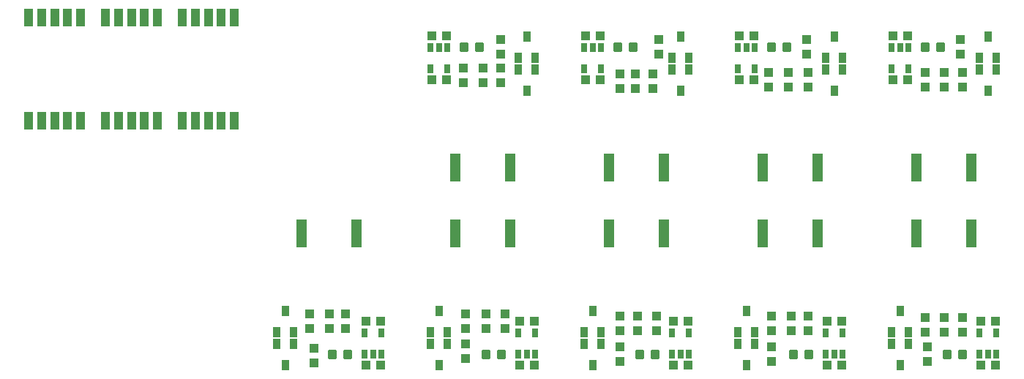
<source format=gbr>
G04 EAGLE Gerber RS-274X export*
G75*
%MOMM*%
%FSLAX34Y34*%
%LPD*%
%INSolderpaste Top*%
%IPPOS*%
%AMOC8*
5,1,8,0,0,1.08239X$1,22.5*%
G01*
%ADD10R,1.100000X1.000000*%
%ADD11C,0.300000*%
%ADD12R,1.000000X1.100000*%
%ADD13R,1.270000X3.175000*%
%ADD14R,0.700000X1.000000*%
%ADD15R,0.900000X1.200000*%
%ADD16R,1.000000X2.000000*%


D10*
X1166740Y29210D03*
X1149740Y29210D03*
X1048140Y410210D03*
X1065140Y410210D03*
X870340Y410210D03*
X887340Y410210D03*
X692540Y410210D03*
X709540Y410210D03*
X514740Y410210D03*
X531740Y410210D03*
X633340Y29210D03*
X616340Y29210D03*
X455540Y29210D03*
X438540Y29210D03*
X811140Y29210D03*
X794140Y29210D03*
X988940Y29210D03*
X971940Y29210D03*
D11*
X414210Y38410D02*
X414210Y45410D01*
X421210Y45410D01*
X421210Y38410D01*
X414210Y38410D01*
X414210Y41260D02*
X421210Y41260D01*
X421210Y44110D02*
X414210Y44110D01*
X396670Y45410D02*
X396670Y38410D01*
X396670Y45410D02*
X403670Y45410D01*
X403670Y38410D01*
X396670Y38410D01*
X396670Y41260D02*
X403670Y41260D01*
X403670Y44110D02*
X396670Y44110D01*
X592010Y45410D02*
X592010Y38410D01*
X592010Y45410D02*
X599010Y45410D01*
X599010Y38410D01*
X592010Y38410D01*
X592010Y41260D02*
X599010Y41260D01*
X599010Y44110D02*
X592010Y44110D01*
X574470Y45410D02*
X574470Y38410D01*
X574470Y45410D02*
X581470Y45410D01*
X581470Y38410D01*
X574470Y38410D01*
X574470Y41260D02*
X581470Y41260D01*
X581470Y44110D02*
X574470Y44110D01*
X769810Y45410D02*
X769810Y38410D01*
X769810Y45410D02*
X776810Y45410D01*
X776810Y38410D01*
X769810Y38410D01*
X769810Y41260D02*
X776810Y41260D01*
X776810Y44110D02*
X769810Y44110D01*
X752270Y45410D02*
X752270Y38410D01*
X752270Y45410D02*
X759270Y45410D01*
X759270Y38410D01*
X752270Y38410D01*
X752270Y41260D02*
X759270Y41260D01*
X759270Y44110D02*
X752270Y44110D01*
X947610Y45410D02*
X947610Y38410D01*
X947610Y45410D02*
X954610Y45410D01*
X954610Y38410D01*
X947610Y38410D01*
X947610Y41260D02*
X954610Y41260D01*
X954610Y44110D02*
X947610Y44110D01*
X930070Y45410D02*
X930070Y38410D01*
X930070Y45410D02*
X937070Y45410D01*
X937070Y38410D01*
X930070Y38410D01*
X930070Y41260D02*
X937070Y41260D01*
X937070Y44110D02*
X930070Y44110D01*
X1125410Y45410D02*
X1125410Y38410D01*
X1125410Y45410D02*
X1132410Y45410D01*
X1132410Y38410D01*
X1125410Y38410D01*
X1125410Y41260D02*
X1132410Y41260D01*
X1132410Y44110D02*
X1125410Y44110D01*
X1107870Y45410D02*
X1107870Y38410D01*
X1107870Y45410D02*
X1114870Y45410D01*
X1114870Y38410D01*
X1107870Y38410D01*
X1107870Y41260D02*
X1114870Y41260D01*
X1114870Y44110D02*
X1107870Y44110D01*
X1089470Y394010D02*
X1089470Y401010D01*
X1089470Y394010D02*
X1082470Y394010D01*
X1082470Y401010D01*
X1089470Y401010D01*
X1089470Y396860D02*
X1082470Y396860D01*
X1082470Y399710D02*
X1089470Y399710D01*
X1107010Y401010D02*
X1107010Y394010D01*
X1100010Y394010D01*
X1100010Y401010D01*
X1107010Y401010D01*
X1107010Y396860D02*
X1100010Y396860D01*
X1100010Y399710D02*
X1107010Y399710D01*
X911670Y401010D02*
X911670Y394010D01*
X904670Y394010D01*
X904670Y401010D01*
X911670Y401010D01*
X911670Y396860D02*
X904670Y396860D01*
X904670Y399710D02*
X911670Y399710D01*
X929210Y401010D02*
X929210Y394010D01*
X922210Y394010D01*
X922210Y401010D01*
X929210Y401010D01*
X929210Y396860D02*
X922210Y396860D01*
X922210Y399710D02*
X929210Y399710D01*
X733870Y401010D02*
X733870Y394010D01*
X726870Y394010D01*
X726870Y401010D01*
X733870Y401010D01*
X733870Y396860D02*
X726870Y396860D01*
X726870Y399710D02*
X733870Y399710D01*
X751410Y401010D02*
X751410Y394010D01*
X744410Y394010D01*
X744410Y401010D01*
X751410Y401010D01*
X751410Y396860D02*
X744410Y396860D01*
X744410Y399710D02*
X751410Y399710D01*
X556070Y401010D02*
X556070Y394010D01*
X549070Y394010D01*
X549070Y401010D01*
X556070Y401010D01*
X556070Y396860D02*
X549070Y396860D01*
X549070Y399710D02*
X556070Y399710D01*
X573610Y401010D02*
X573610Y394010D01*
X566610Y394010D01*
X566610Y401010D01*
X573610Y401010D01*
X573610Y396860D02*
X566610Y396860D01*
X566610Y399710D02*
X573610Y399710D01*
D12*
X378460Y49140D03*
X378460Y32140D03*
D13*
X364490Y181610D03*
X427990Y181610D03*
X542290Y181610D03*
X605790Y181610D03*
D12*
X553720Y54220D03*
X553720Y37220D03*
X774700Y68970D03*
X774700Y85970D03*
D10*
X811140Y80010D03*
X794140Y80010D03*
D12*
X753110Y85970D03*
X753110Y68970D03*
X732790Y68970D03*
X732790Y85970D03*
D13*
X720090Y181610D03*
X783590Y181610D03*
D12*
X732790Y50410D03*
X732790Y33410D03*
X949960Y68970D03*
X949960Y85970D03*
X599440Y71510D03*
X599440Y88510D03*
D10*
X988940Y80010D03*
X971940Y80010D03*
D12*
X930910Y85970D03*
X930910Y68970D03*
X908050Y68970D03*
X908050Y85970D03*
D13*
X897890Y181610D03*
X961390Y181610D03*
D12*
X908050Y50410D03*
X908050Y33410D03*
X1129030Y67700D03*
X1129030Y84700D03*
D10*
X1166740Y80010D03*
X1149740Y80010D03*
D12*
X1107440Y84700D03*
X1107440Y67700D03*
X1085850Y67700D03*
X1085850Y84700D03*
D13*
X1075690Y181610D03*
X1139190Y181610D03*
D10*
X633340Y80010D03*
X616340Y80010D03*
D12*
X1088390Y50410D03*
X1088390Y33410D03*
X1085850Y367910D03*
X1085850Y350910D03*
D10*
X1048140Y359410D03*
X1065140Y359410D03*
D12*
X1107440Y350910D03*
X1107440Y367910D03*
X1129030Y367910D03*
X1129030Y350910D03*
D13*
X1139190Y257810D03*
X1075690Y257810D03*
D12*
X1126490Y389010D03*
X1126490Y406010D03*
X904240Y367910D03*
X904240Y350910D03*
D10*
X870340Y359410D03*
X887340Y359410D03*
D12*
X927100Y350910D03*
X927100Y367910D03*
X577850Y88510D03*
X577850Y71510D03*
X949960Y367910D03*
X949960Y350910D03*
D13*
X961390Y257810D03*
X897890Y257810D03*
D12*
X948690Y389010D03*
X948690Y406010D03*
X732790Y366640D03*
X732790Y349640D03*
D10*
X692540Y359410D03*
X709540Y359410D03*
D12*
X750570Y349640D03*
X750570Y366640D03*
X770890Y366640D03*
X770890Y349640D03*
D13*
X783590Y257810D03*
X720090Y257810D03*
D12*
X777240Y389010D03*
X777240Y406010D03*
X551180Y372990D03*
X551180Y355990D03*
X553720Y71510D03*
X553720Y88510D03*
D10*
X514740Y359410D03*
X531740Y359410D03*
D12*
X574040Y355990D03*
X574040Y372990D03*
X594360Y372990D03*
X594360Y355990D03*
D13*
X605790Y257810D03*
X542290Y257810D03*
D12*
X594360Y389010D03*
X594360Y406010D03*
X415290Y71510D03*
X415290Y88510D03*
D10*
X455540Y80010D03*
X438540Y80010D03*
D12*
X396240Y88510D03*
X396240Y71510D03*
X373380Y71510D03*
X373380Y88510D03*
D14*
X615340Y42610D03*
X624840Y42610D03*
X634340Y42610D03*
X634340Y66610D03*
X615340Y66610D03*
X970940Y42610D03*
X980440Y42610D03*
X989940Y42610D03*
X989940Y66610D03*
X970940Y66610D03*
D15*
X878840Y29910D03*
X869340Y53910D03*
X888340Y53910D03*
X878840Y92010D03*
X888340Y68010D03*
X869340Y68010D03*
D14*
X1148740Y42610D03*
X1158240Y42610D03*
X1167740Y42610D03*
X1167740Y66610D03*
X1148740Y66610D03*
D15*
X1056640Y29910D03*
X1047140Y53910D03*
X1066140Y53910D03*
X1056640Y92010D03*
X1066140Y68010D03*
X1047140Y68010D03*
D14*
X1066140Y396810D03*
X1056640Y396810D03*
X1047140Y396810D03*
X1047140Y372810D03*
X1066140Y372810D03*
D15*
X1158240Y409510D03*
X1167740Y385510D03*
X1148740Y385510D03*
X1158240Y347410D03*
X1148740Y371410D03*
X1167740Y371410D03*
D14*
X888340Y396810D03*
X878840Y396810D03*
X869340Y396810D03*
X869340Y372810D03*
X888340Y372810D03*
D15*
X523240Y29910D03*
X513740Y53910D03*
X532740Y53910D03*
X980440Y409510D03*
X989940Y385510D03*
X970940Y385510D03*
X980440Y347410D03*
X970940Y371410D03*
X989940Y371410D03*
D14*
X710540Y396810D03*
X701040Y396810D03*
X691540Y396810D03*
X691540Y372810D03*
X710540Y372810D03*
D15*
X802640Y409510D03*
X812140Y385510D03*
X793140Y385510D03*
X802640Y347410D03*
X793140Y371410D03*
X812140Y371410D03*
D14*
X532740Y396810D03*
X523240Y396810D03*
X513740Y396810D03*
X513740Y372810D03*
X532740Y372810D03*
D15*
X624840Y409510D03*
X634340Y385510D03*
X615340Y385510D03*
X624840Y347410D03*
X615340Y371410D03*
X634340Y371410D03*
X523240Y92010D03*
X532740Y68010D03*
X513740Y68010D03*
D16*
X78740Y312110D03*
X93740Y312110D03*
X108740Y312110D03*
X48740Y312110D03*
X63740Y312110D03*
X63740Y432110D03*
X78740Y432110D03*
X93740Y432110D03*
X108740Y432110D03*
X48740Y432110D03*
X256540Y312110D03*
X271540Y312110D03*
X286540Y312110D03*
X226540Y312110D03*
X241540Y312110D03*
X241540Y432110D03*
X256540Y432110D03*
X271540Y432110D03*
X286540Y432110D03*
X226540Y432110D03*
X167640Y312110D03*
X182640Y312110D03*
X197640Y312110D03*
X137640Y312110D03*
X152640Y312110D03*
X152640Y432110D03*
X167640Y432110D03*
X182640Y432110D03*
X197640Y432110D03*
X137640Y432110D03*
D14*
X437540Y42610D03*
X447040Y42610D03*
X456540Y42610D03*
X456540Y66610D03*
X437540Y66610D03*
D15*
X345440Y29910D03*
X335940Y53910D03*
X354940Y53910D03*
X345440Y92010D03*
X354940Y68010D03*
X335940Y68010D03*
D14*
X793140Y42610D03*
X802640Y42610D03*
X812140Y42610D03*
X812140Y66610D03*
X793140Y66610D03*
D15*
X701040Y29910D03*
X691540Y53910D03*
X710540Y53910D03*
X701040Y92010D03*
X710540Y68010D03*
X691540Y68010D03*
M02*

</source>
